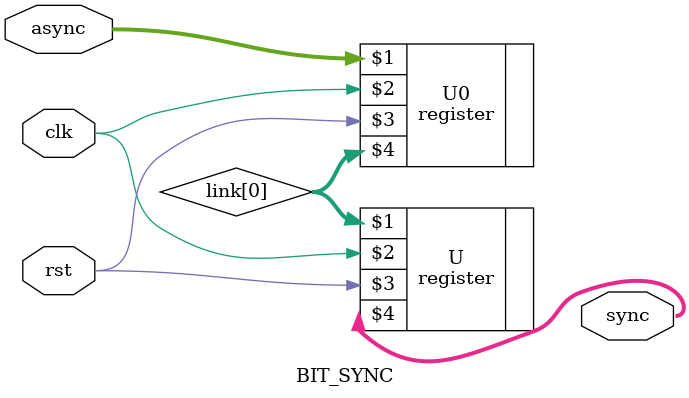
<source format=v>
`timescale 1ns / 1ps

module BIT_SYNC #(parameter BUS_WIDTH = 4 , NUM_STAGES = 2) (
	input [BUS_WIDTH - 1 : 0 ] async ,
	input clk,
	input rst,
	output [BUS_WIDTH - 1 : 0 ] sync
);


wire [BUS_WIDTH - 1:0] link [NUM_STAGES - 1 : 0];

register #(.BUS_WIDTH(BUS_WIDTH)) U0 (async , clk , rst , link [0]);

genvar i  ;

for (i=1 ; i < NUM_STAGES - 1; i=i+1) begin

 register #(.BUS_WIDTH(BUS_WIDTH)) U (link[i-1] , clk , rst , link[i] );
 
end
register #(.BUS_WIDTH(BUS_WIDTH)) U (link[NUM_STAGES - 2] , clk , rst , sync );

endmodule

</source>
